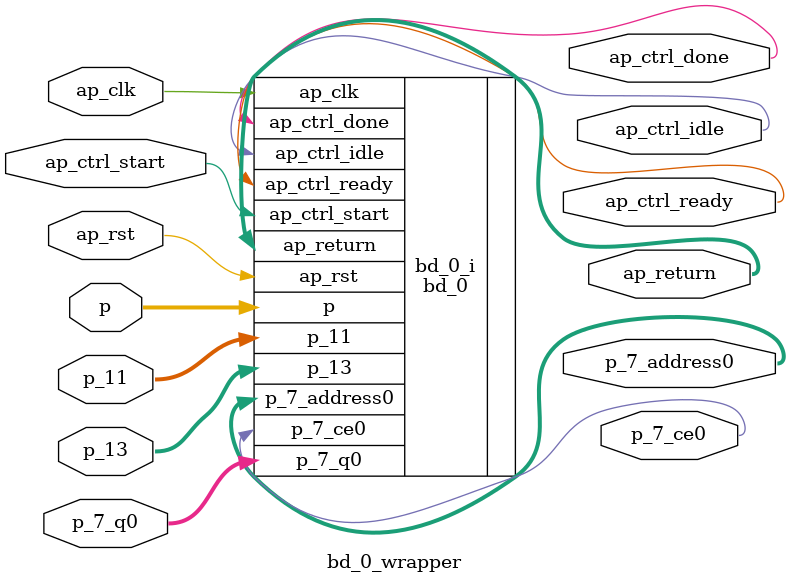
<source format=v>
`timescale 1 ps / 1 ps

module bd_0_wrapper
   (ap_clk,
    ap_ctrl_done,
    ap_ctrl_idle,
    ap_ctrl_ready,
    ap_ctrl_start,
    ap_return,
    ap_rst,
    p,
    p_11,
    p_13,
    p_7_address0,
    p_7_ce0,
    p_7_q0);
  input ap_clk;
  output ap_ctrl_done;
  output ap_ctrl_idle;
  output ap_ctrl_ready;
  input ap_ctrl_start;
  output [63:0]ap_return;
  input ap_rst;
  input [31:0]p;
  input [63:0]p_11;
  input [63:0]p_13;
  output [5:0]p_7_address0;
  output p_7_ce0;
  input [31:0]p_7_q0;

  wire ap_clk;
  wire ap_ctrl_done;
  wire ap_ctrl_idle;
  wire ap_ctrl_ready;
  wire ap_ctrl_start;
  wire [63:0]ap_return;
  wire ap_rst;
  wire [31:0]p;
  wire [63:0]p_11;
  wire [63:0]p_13;
  wire [5:0]p_7_address0;
  wire p_7_ce0;
  wire [31:0]p_7_q0;

  bd_0 bd_0_i
       (.ap_clk(ap_clk),
        .ap_ctrl_done(ap_ctrl_done),
        .ap_ctrl_idle(ap_ctrl_idle),
        .ap_ctrl_ready(ap_ctrl_ready),
        .ap_ctrl_start(ap_ctrl_start),
        .ap_return(ap_return),
        .ap_rst(ap_rst),
        .p(p),
        .p_11(p_11),
        .p_13(p_13),
        .p_7_address0(p_7_address0),
        .p_7_ce0(p_7_ce0),
        .p_7_q0(p_7_q0));
endmodule

</source>
